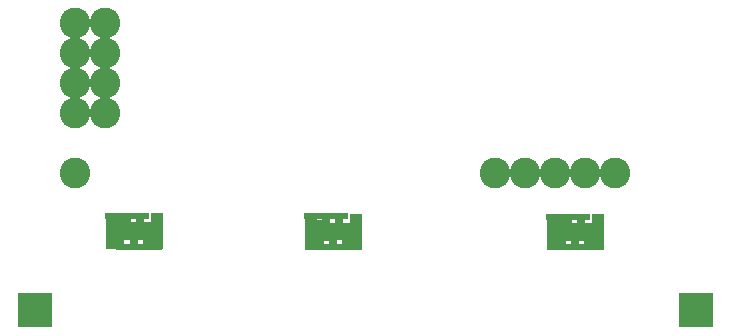
<source format=gbr>
%FSLAX34Y34*%
%MOMM*%
%LNSOLDERMASK_BOTTOM*%
G71*
G01*
%ADD10R,1.100X3.100*%
%ADD11R,0.700X2.300*%
%ADD12R,3.700X0.500*%
%ADD13R,3.900X0.500*%
%ADD14R,3.000X3.000*%
%ADD15C,2.600*%
%LPD*%
X182959Y763984D02*
G54D10*
D03*
X190500Y762794D02*
G54D11*
D03*
X221059Y763984D02*
G54D10*
D03*
X196056Y777081D02*
G54D12*
D03*
X206375Y750888D02*
G54D13*
D03*
X196056Y767159D02*
G54D11*
D03*
X201612Y760412D02*
G54D11*
D03*
X207169Y767556D02*
G54D11*
D03*
X212725Y760412D02*
G54D11*
D03*
X351631Y763588D02*
G54D10*
D03*
X359172Y762397D02*
G54D11*
D03*
X389731Y763588D02*
G54D10*
D03*
X364728Y776684D02*
G54D12*
D03*
X375047Y750491D02*
G54D13*
D03*
X364728Y766762D02*
G54D11*
D03*
X370284Y760016D02*
G54D11*
D03*
X375841Y767159D02*
G54D11*
D03*
X381397Y760016D02*
G54D11*
D03*
X556419Y763191D02*
G54D10*
D03*
X563959Y762000D02*
G54D11*
D03*
X594519Y763191D02*
G54D10*
D03*
X569516Y776288D02*
G54D12*
D03*
X579834Y750094D02*
G54D13*
D03*
X569516Y766366D02*
G54D11*
D03*
X575072Y759619D02*
G54D11*
D03*
X580628Y766762D02*
G54D11*
D03*
X586184Y759619D02*
G54D11*
D03*
X677466Y696912D02*
G54D14*
D03*
X118269Y696912D02*
G54D14*
D03*
X152400Y939800D02*
G54D15*
D03*
X152400Y914400D02*
G54D15*
D03*
X152400Y889000D02*
G54D15*
D03*
X152400Y863600D02*
G54D15*
D03*
X609600Y812800D02*
G54D15*
D03*
X152400Y812800D02*
G54D15*
D03*
X584200Y812800D02*
G54D15*
D03*
X558800Y812800D02*
G54D15*
D03*
X533400Y812800D02*
G54D15*
D03*
X508000Y812800D02*
G54D15*
D03*
X177800Y939800D02*
G54D15*
D03*
X177800Y914400D02*
G54D15*
D03*
X177800Y889000D02*
G54D15*
D03*
X177800Y863600D02*
G54D15*
D03*
M02*

</source>
